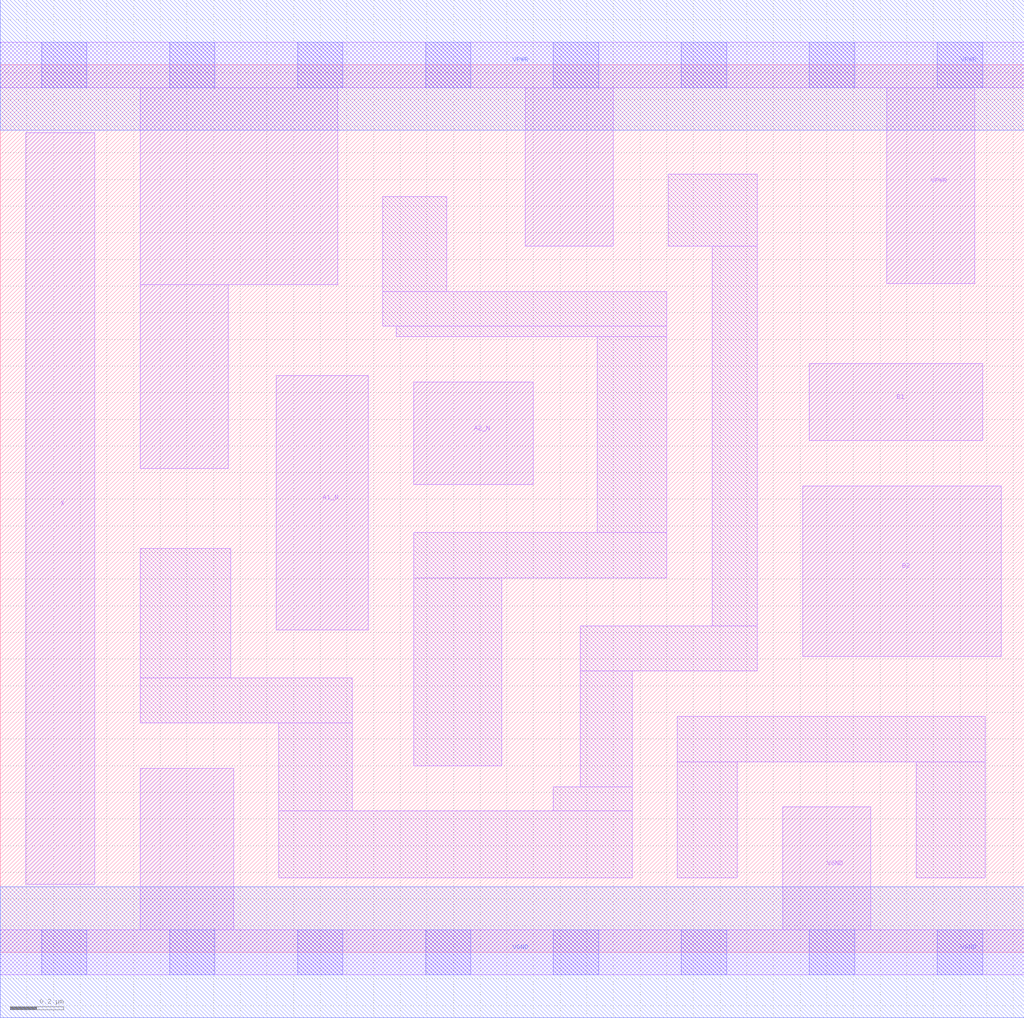
<source format=lef>
# Copyright 2020 The SkyWater PDK Authors
#
# Licensed under the Apache License, Version 2.0 (the "License");
# you may not use this file except in compliance with the License.
# You may obtain a copy of the License at
#
#     https://www.apache.org/licenses/LICENSE-2.0
#
# Unless required by applicable law or agreed to in writing, software
# distributed under the License is distributed on an "AS IS" BASIS,
# WITHOUT WARRANTIES OR CONDITIONS OF ANY KIND, either express or implied.
# See the License for the specific language governing permissions and
# limitations under the License.
#
# SPDX-License-Identifier: Apache-2.0

VERSION 5.7 ;
  NAMESCASESENSITIVE ON ;
  NOWIREEXTENSIONATPIN ON ;
  DIVIDERCHAR "/" ;
  BUSBITCHARS "[]" ;
UNITS
  DATABASE MICRONS 200 ;
END UNITS
MACRO sky130_fd_sc_lp__o2bb2a_1
  CLASS CORE ;
  SOURCE USER ;
  FOREIGN sky130_fd_sc_lp__o2bb2a_1 ;
  ORIGIN  0.000000  0.000000 ;
  SIZE  3.840000 BY  3.330000 ;
  SYMMETRY X Y R90 ;
  SITE unit ;
  PIN A1_N
    ANTENNAGATEAREA  0.126000 ;
    DIRECTION INPUT ;
    USE SIGNAL ;
    PORT
      LAYER li1 ;
        RECT 1.035000 1.210000 1.380000 2.165000 ;
    END
  END A1_N
  PIN A2_N
    ANTENNAGATEAREA  0.126000 ;
    DIRECTION INPUT ;
    USE SIGNAL ;
    PORT
      LAYER li1 ;
        RECT 1.550000 1.755000 2.000000 2.140000 ;
    END
  END A2_N
  PIN B1
    ANTENNAGATEAREA  0.126000 ;
    DIRECTION INPUT ;
    USE SIGNAL ;
    PORT
      LAYER li1 ;
        RECT 3.035000 1.920000 3.685000 2.210000 ;
    END
  END B1
  PIN B2
    ANTENNAGATEAREA  0.126000 ;
    DIRECTION INPUT ;
    USE SIGNAL ;
    PORT
      LAYER li1 ;
        RECT 3.010000 1.110000 3.755000 1.750000 ;
    END
  END B2
  PIN X
    ANTENNADIFFAREA  0.556500 ;
    DIRECTION OUTPUT ;
    USE SIGNAL ;
    PORT
      LAYER li1 ;
        RECT 0.095000 0.255000 0.355000 3.075000 ;
    END
  END X
  PIN VGND
    DIRECTION INOUT ;
    USE GROUND ;
    PORT
      LAYER li1 ;
        RECT 0.000000 -0.085000 3.840000 0.085000 ;
        RECT 0.525000  0.085000 0.875000 0.690000 ;
        RECT 2.935000  0.085000 3.265000 0.545000 ;
      LAYER mcon ;
        RECT 0.155000 -0.085000 0.325000 0.085000 ;
        RECT 0.635000 -0.085000 0.805000 0.085000 ;
        RECT 1.115000 -0.085000 1.285000 0.085000 ;
        RECT 1.595000 -0.085000 1.765000 0.085000 ;
        RECT 2.075000 -0.085000 2.245000 0.085000 ;
        RECT 2.555000 -0.085000 2.725000 0.085000 ;
        RECT 3.035000 -0.085000 3.205000 0.085000 ;
        RECT 3.515000 -0.085000 3.685000 0.085000 ;
      LAYER met1 ;
        RECT 0.000000 -0.245000 3.840000 0.245000 ;
    END
  END VGND
  PIN VPWR
    DIRECTION INOUT ;
    USE POWER ;
    PORT
      LAYER li1 ;
        RECT 0.000000 3.245000 3.840000 3.415000 ;
        RECT 0.525000 1.815000 0.855000 2.505000 ;
        RECT 0.525000 2.505000 1.265000 3.245000 ;
        RECT 1.970000 2.650000 2.300000 3.245000 ;
        RECT 3.325000 2.510000 3.655000 3.245000 ;
      LAYER mcon ;
        RECT 0.155000 3.245000 0.325000 3.415000 ;
        RECT 0.635000 3.245000 0.805000 3.415000 ;
        RECT 1.115000 3.245000 1.285000 3.415000 ;
        RECT 1.595000 3.245000 1.765000 3.415000 ;
        RECT 2.075000 3.245000 2.245000 3.415000 ;
        RECT 2.555000 3.245000 2.725000 3.415000 ;
        RECT 3.035000 3.245000 3.205000 3.415000 ;
        RECT 3.515000 3.245000 3.685000 3.415000 ;
      LAYER met1 ;
        RECT 0.000000 3.085000 3.840000 3.575000 ;
    END
  END VPWR
  OBS
    LAYER li1 ;
      RECT 0.525000 0.860000 1.320000 1.030000 ;
      RECT 0.525000 1.030000 0.865000 1.515000 ;
      RECT 1.045000 0.280000 2.370000 0.530000 ;
      RECT 1.045000 0.530000 1.320000 0.860000 ;
      RECT 1.435000 2.350000 2.500000 2.480000 ;
      RECT 1.435000 2.480000 1.675000 2.835000 ;
      RECT 1.485000 2.310000 2.500000 2.350000 ;
      RECT 1.550000 0.700000 1.880000 1.405000 ;
      RECT 1.550000 1.405000 2.500000 1.575000 ;
      RECT 2.075000 0.530000 2.370000 0.620000 ;
      RECT 2.175000 0.620000 2.370000 1.055000 ;
      RECT 2.175000 1.055000 2.840000 1.225000 ;
      RECT 2.240000 1.575000 2.500000 2.310000 ;
      RECT 2.505000 2.650000 2.840000 2.920000 ;
      RECT 2.540000 0.280000 2.765000 0.715000 ;
      RECT 2.540000 0.715000 3.695000 0.885000 ;
      RECT 2.670000 1.225000 2.840000 2.650000 ;
      RECT 3.435000 0.280000 3.695000 0.715000 ;
  END
END sky130_fd_sc_lp__o2bb2a_1

</source>
